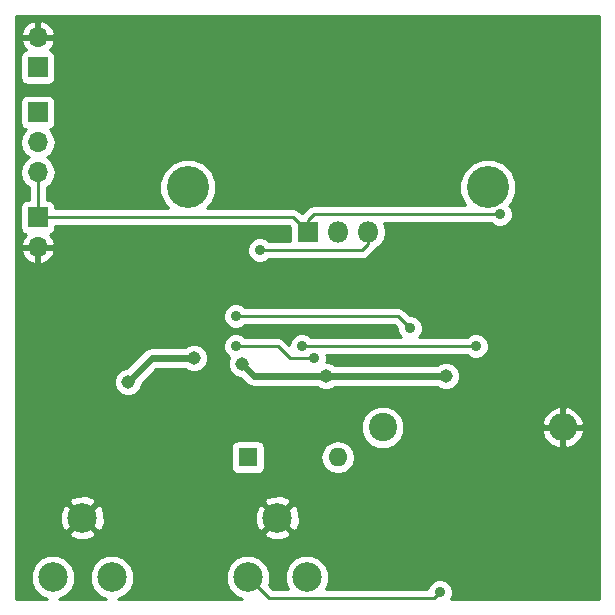
<source format=gbl>
G04 #@! TF.FileFunction,Copper,L2,Bot,Signal*
%FSLAX46Y46*%
G04 Gerber Fmt 4.6, Leading zero omitted, Abs format (unit mm)*
G04 Created by KiCad (PCBNEW 4.0.5) date Wed Mar  1 21:50:55 2017*
%MOMM*%
%LPD*%
G01*
G04 APERTURE LIST*
%ADD10C,0.150000*%
%ADD11R,1.600000X1.600000*%
%ADD12O,1.600000X1.600000*%
%ADD13R,1.700000X1.700000*%
%ADD14O,1.700000X1.700000*%
%ADD15R,1.800000X1.800000*%
%ADD16O,1.800000X1.800000*%
%ADD17C,2.400000*%
%ADD18O,2.400000X2.400000*%
%ADD19C,2.500000*%
%ADD20C,3.556000*%
%ADD21C,0.889000*%
%ADD22C,1.143000*%
%ADD23C,0.254000*%
%ADD24C,0.609600*%
G04 APERTURE END LIST*
D10*
D11*
X129540000Y-82550000D03*
D12*
X137160000Y-82550000D03*
D13*
X111760000Y-49530000D03*
D14*
X111760000Y-46990000D03*
D13*
X111760000Y-53340000D03*
D14*
X111760000Y-55880000D03*
X111760000Y-58420000D03*
D13*
X111760000Y-62230000D03*
D14*
X111760000Y-64770000D03*
D15*
X134620000Y-63500000D03*
D16*
X137160000Y-63500000D03*
X139700000Y-63500000D03*
D17*
X140970000Y-80010000D03*
D18*
X156210000Y-80010000D03*
D19*
X132040000Y-87670000D03*
X134540000Y-92710000D03*
X129540000Y-92710000D03*
X115530000Y-87670000D03*
X118030000Y-92710000D03*
X113030000Y-92710000D03*
D20*
X149860000Y-59690000D03*
X124460000Y-59690000D03*
D21*
X121920000Y-79502000D03*
X150876000Y-61976000D03*
X130556000Y-65024000D03*
X134112000Y-73152000D03*
X148844000Y-73152000D03*
X135128000Y-74168000D03*
X128524000Y-73152000D03*
X145796000Y-93980000D03*
X143256000Y-71628000D03*
X128524000Y-70612000D03*
D22*
X146304000Y-75692000D03*
X136144000Y-75692000D03*
X129032000Y-74676000D03*
X124968000Y-74168000D03*
X119380000Y-76200000D03*
D23*
X122682000Y-80264000D02*
X124968000Y-80264000D01*
X121920000Y-79502000D02*
X122682000Y-80264000D01*
X134620000Y-62484000D02*
X134620000Y-63500000D01*
X135128000Y-61976000D02*
X134620000Y-62484000D01*
X150876000Y-61976000D02*
X135128000Y-61976000D01*
X111760000Y-58420000D02*
X111760000Y-62230000D01*
X111760000Y-62230000D02*
X133350000Y-62230000D01*
X133350000Y-62230000D02*
X134620000Y-63500000D01*
X139700000Y-64516000D02*
X139700000Y-63500000D01*
X139192000Y-65024000D02*
X139700000Y-64516000D01*
X130556000Y-65024000D02*
X139192000Y-65024000D01*
X148844000Y-73152000D02*
X134112000Y-73152000D01*
X135128000Y-74168000D02*
X133096000Y-74168000D01*
X133096000Y-74168000D02*
X132080000Y-73152000D01*
X132080000Y-73152000D02*
X128524000Y-73152000D01*
X131318000Y-94488000D02*
X129540000Y-92710000D01*
X145288000Y-94488000D02*
X131318000Y-94488000D01*
X145796000Y-93980000D02*
X145288000Y-94488000D01*
X142240000Y-70612000D02*
X143256000Y-71628000D01*
X128524000Y-70612000D02*
X142240000Y-70612000D01*
D24*
X136144000Y-75692000D02*
X146304000Y-75692000D01*
X130048000Y-75692000D02*
X136144000Y-75692000D01*
X129032000Y-74676000D02*
X130048000Y-75692000D01*
X121412000Y-74168000D02*
X124968000Y-74168000D01*
X119380000Y-76200000D02*
X121412000Y-74168000D01*
D23*
G36*
X159310000Y-94540000D02*
X146732333Y-94540000D01*
X146875313Y-94195668D01*
X146875687Y-93766216D01*
X146711689Y-93369311D01*
X146408286Y-93065378D01*
X146011668Y-92900687D01*
X145582216Y-92900313D01*
X145185311Y-93064311D01*
X144881378Y-93367714D01*
X144732604Y-93726000D01*
X136159167Y-93726000D01*
X136424672Y-93086595D01*
X136425326Y-92336695D01*
X136138957Y-91643628D01*
X135609161Y-91112907D01*
X134916595Y-90825328D01*
X134166695Y-90824674D01*
X133473628Y-91111043D01*
X132942907Y-91640839D01*
X132655328Y-92333405D01*
X132654674Y-93083305D01*
X132920230Y-93726000D01*
X131633631Y-93726000D01*
X131298377Y-93390746D01*
X131424672Y-93086595D01*
X131425326Y-92336695D01*
X131138957Y-91643628D01*
X130609161Y-91112907D01*
X129916595Y-90825328D01*
X129166695Y-90824674D01*
X128473628Y-91111043D01*
X127942907Y-91640839D01*
X127655328Y-92333405D01*
X127654674Y-93083305D01*
X127941043Y-93776372D01*
X128470839Y-94307093D01*
X129031740Y-94540000D01*
X118537204Y-94540000D01*
X119096372Y-94308957D01*
X119627093Y-93779161D01*
X119914672Y-93086595D01*
X119915326Y-92336695D01*
X119628957Y-91643628D01*
X119099161Y-91112907D01*
X118406595Y-90825328D01*
X117656695Y-90824674D01*
X116963628Y-91111043D01*
X116432907Y-91640839D01*
X116145328Y-92333405D01*
X116144674Y-93083305D01*
X116431043Y-93776372D01*
X116960839Y-94307093D01*
X117521740Y-94540000D01*
X113537204Y-94540000D01*
X114096372Y-94308957D01*
X114627093Y-93779161D01*
X114914672Y-93086595D01*
X114915326Y-92336695D01*
X114628957Y-91643628D01*
X114099161Y-91112907D01*
X113406595Y-90825328D01*
X112656695Y-90824674D01*
X111963628Y-91111043D01*
X111432907Y-91640839D01*
X111145328Y-92333405D01*
X111144674Y-93083305D01*
X111431043Y-93776372D01*
X111960839Y-94307093D01*
X112521740Y-94540000D01*
X109930000Y-94540000D01*
X109930000Y-89003320D01*
X114376285Y-89003320D01*
X114505533Y-89296123D01*
X115205806Y-89564388D01*
X115955435Y-89544250D01*
X116554467Y-89296123D01*
X116683715Y-89003320D01*
X130886285Y-89003320D01*
X131015533Y-89296123D01*
X131715806Y-89564388D01*
X132465435Y-89544250D01*
X133064467Y-89296123D01*
X133193715Y-89003320D01*
X132040000Y-87849605D01*
X130886285Y-89003320D01*
X116683715Y-89003320D01*
X115530000Y-87849605D01*
X114376285Y-89003320D01*
X109930000Y-89003320D01*
X109930000Y-87345806D01*
X113635612Y-87345806D01*
X113655750Y-88095435D01*
X113903877Y-88694467D01*
X114196680Y-88823715D01*
X115350395Y-87670000D01*
X115709605Y-87670000D01*
X116863320Y-88823715D01*
X117156123Y-88694467D01*
X117424388Y-87994194D01*
X117406970Y-87345806D01*
X130145612Y-87345806D01*
X130165750Y-88095435D01*
X130413877Y-88694467D01*
X130706680Y-88823715D01*
X131860395Y-87670000D01*
X132219605Y-87670000D01*
X133373320Y-88823715D01*
X133666123Y-88694467D01*
X133934388Y-87994194D01*
X133914250Y-87244565D01*
X133666123Y-86645533D01*
X133373320Y-86516285D01*
X132219605Y-87670000D01*
X131860395Y-87670000D01*
X130706680Y-86516285D01*
X130413877Y-86645533D01*
X130145612Y-87345806D01*
X117406970Y-87345806D01*
X117404250Y-87244565D01*
X117156123Y-86645533D01*
X116863320Y-86516285D01*
X115709605Y-87670000D01*
X115350395Y-87670000D01*
X114196680Y-86516285D01*
X113903877Y-86645533D01*
X113635612Y-87345806D01*
X109930000Y-87345806D01*
X109930000Y-86336680D01*
X114376285Y-86336680D01*
X115530000Y-87490395D01*
X116683715Y-86336680D01*
X130886285Y-86336680D01*
X132040000Y-87490395D01*
X133193715Y-86336680D01*
X133064467Y-86043877D01*
X132364194Y-85775612D01*
X131614565Y-85795750D01*
X131015533Y-86043877D01*
X130886285Y-86336680D01*
X116683715Y-86336680D01*
X116554467Y-86043877D01*
X115854194Y-85775612D01*
X115104565Y-85795750D01*
X114505533Y-86043877D01*
X114376285Y-86336680D01*
X109930000Y-86336680D01*
X109930000Y-81750000D01*
X128092560Y-81750000D01*
X128092560Y-83350000D01*
X128136838Y-83585317D01*
X128275910Y-83801441D01*
X128488110Y-83946431D01*
X128740000Y-83997440D01*
X130340000Y-83997440D01*
X130575317Y-83953162D01*
X130791441Y-83814090D01*
X130936431Y-83601890D01*
X130987440Y-83350000D01*
X130987440Y-82550000D01*
X135696887Y-82550000D01*
X135806120Y-83099151D01*
X136117189Y-83564698D01*
X136582736Y-83875767D01*
X137131887Y-83985000D01*
X137188113Y-83985000D01*
X137737264Y-83875767D01*
X138202811Y-83564698D01*
X138513880Y-83099151D01*
X138623113Y-82550000D01*
X138513880Y-82000849D01*
X138202811Y-81535302D01*
X137737264Y-81224233D01*
X137188113Y-81115000D01*
X137131887Y-81115000D01*
X136582736Y-81224233D01*
X136117189Y-81535302D01*
X135806120Y-82000849D01*
X135696887Y-82550000D01*
X130987440Y-82550000D01*
X130987440Y-81750000D01*
X130943162Y-81514683D01*
X130804090Y-81298559D01*
X130591890Y-81153569D01*
X130340000Y-81102560D01*
X128740000Y-81102560D01*
X128504683Y-81146838D01*
X128288559Y-81285910D01*
X128143569Y-81498110D01*
X128092560Y-81750000D01*
X109930000Y-81750000D01*
X109930000Y-80373403D01*
X139134682Y-80373403D01*
X139413455Y-81048086D01*
X139929199Y-81564730D01*
X140603395Y-81844681D01*
X141333403Y-81845318D01*
X142008086Y-81566545D01*
X142524730Y-81050801D01*
X142785912Y-80421805D01*
X154421805Y-80421805D01*
X154654358Y-80983258D01*
X155145224Y-81504492D01*
X155798193Y-81798203D01*
X156083000Y-81681858D01*
X156083000Y-80137000D01*
X156337000Y-80137000D01*
X156337000Y-81681858D01*
X156621807Y-81798203D01*
X157274776Y-81504492D01*
X157765642Y-80983258D01*
X157998195Y-80421805D01*
X157881432Y-80137000D01*
X156337000Y-80137000D01*
X156083000Y-80137000D01*
X154538568Y-80137000D01*
X154421805Y-80421805D01*
X142785912Y-80421805D01*
X142804681Y-80376605D01*
X142805318Y-79646597D01*
X142785319Y-79598195D01*
X154421805Y-79598195D01*
X154538568Y-79883000D01*
X156083000Y-79883000D01*
X156083000Y-78338142D01*
X156337000Y-78338142D01*
X156337000Y-79883000D01*
X157881432Y-79883000D01*
X157998195Y-79598195D01*
X157765642Y-79036742D01*
X157274776Y-78515508D01*
X156621807Y-78221797D01*
X156337000Y-78338142D01*
X156083000Y-78338142D01*
X155798193Y-78221797D01*
X155145224Y-78515508D01*
X154654358Y-79036742D01*
X154421805Y-79598195D01*
X142785319Y-79598195D01*
X142526545Y-78971914D01*
X142010801Y-78455270D01*
X141336605Y-78175319D01*
X140606597Y-78174682D01*
X139931914Y-78453455D01*
X139415270Y-78969199D01*
X139135319Y-79643395D01*
X139134682Y-80373403D01*
X109930000Y-80373403D01*
X109930000Y-76438935D01*
X118173291Y-76438935D01*
X118356582Y-76882535D01*
X118695680Y-77222225D01*
X119138959Y-77406290D01*
X119618935Y-77406709D01*
X120062535Y-77223418D01*
X120402225Y-76884320D01*
X120586290Y-76441041D01*
X120586393Y-76322685D01*
X121801278Y-75107800D01*
X124201399Y-75107800D01*
X124283680Y-75190225D01*
X124726959Y-75374290D01*
X125206935Y-75374709D01*
X125650535Y-75191418D01*
X125990225Y-74852320D01*
X126174290Y-74409041D01*
X126174709Y-73929065D01*
X125991418Y-73485465D01*
X125652320Y-73145775D01*
X125209041Y-72961710D01*
X124729065Y-72961291D01*
X124285465Y-73144582D01*
X124201701Y-73228200D01*
X121412000Y-73228200D01*
X121052354Y-73299738D01*
X120747461Y-73503461D01*
X119257529Y-74993393D01*
X119141065Y-74993291D01*
X118697465Y-75176582D01*
X118357775Y-75515680D01*
X118173710Y-75958959D01*
X118173291Y-76438935D01*
X109930000Y-76438935D01*
X109930000Y-70825784D01*
X127444313Y-70825784D01*
X127608311Y-71222689D01*
X127911714Y-71526622D01*
X128308332Y-71691313D01*
X128737784Y-71691687D01*
X129134689Y-71527689D01*
X129288646Y-71374000D01*
X141924370Y-71374000D01*
X142176501Y-71626131D01*
X142176313Y-71841784D01*
X142340311Y-72238689D01*
X142491358Y-72390000D01*
X134876642Y-72390000D01*
X134724286Y-72237378D01*
X134327668Y-72072687D01*
X133898216Y-72072313D01*
X133501311Y-72236311D01*
X133197378Y-72539714D01*
X133032687Y-72936332D01*
X133032608Y-73026978D01*
X132618815Y-72613185D01*
X132508858Y-72539714D01*
X132371605Y-72448004D01*
X132080000Y-72390000D01*
X129288642Y-72390000D01*
X129136286Y-72237378D01*
X128739668Y-72072687D01*
X128310216Y-72072313D01*
X127913311Y-72236311D01*
X127609378Y-72539714D01*
X127444687Y-72936332D01*
X127444313Y-73365784D01*
X127608311Y-73762689D01*
X127911714Y-74066622D01*
X127968812Y-74090331D01*
X127825710Y-74434959D01*
X127825291Y-74914935D01*
X128008582Y-75358535D01*
X128347680Y-75698225D01*
X128790959Y-75882290D01*
X128909315Y-75882393D01*
X129383461Y-76356539D01*
X129688354Y-76560262D01*
X130048000Y-76631800D01*
X135377399Y-76631800D01*
X135459680Y-76714225D01*
X135902959Y-76898290D01*
X136382935Y-76898709D01*
X136826535Y-76715418D01*
X136910299Y-76631800D01*
X145537399Y-76631800D01*
X145619680Y-76714225D01*
X146062959Y-76898290D01*
X146542935Y-76898709D01*
X146986535Y-76715418D01*
X147326225Y-76376320D01*
X147510290Y-75933041D01*
X147510709Y-75453065D01*
X147327418Y-75009465D01*
X146988320Y-74669775D01*
X146545041Y-74485710D01*
X146065065Y-74485291D01*
X145621465Y-74668582D01*
X145537701Y-74752200D01*
X136910601Y-74752200D01*
X136828320Y-74669775D01*
X136385041Y-74485710D01*
X136165021Y-74485518D01*
X136207313Y-74383668D01*
X136207687Y-73954216D01*
X136191070Y-73914000D01*
X148079358Y-73914000D01*
X148231714Y-74066622D01*
X148628332Y-74231313D01*
X149057784Y-74231687D01*
X149454689Y-74067689D01*
X149758622Y-73764286D01*
X149923313Y-73367668D01*
X149923687Y-72938216D01*
X149759689Y-72541311D01*
X149456286Y-72237378D01*
X149059668Y-72072687D01*
X148630216Y-72072313D01*
X148233311Y-72236311D01*
X148079354Y-72390000D01*
X144020646Y-72390000D01*
X144170622Y-72240286D01*
X144335313Y-71843668D01*
X144335687Y-71414216D01*
X144171689Y-71017311D01*
X143868286Y-70713378D01*
X143471668Y-70548687D01*
X143254128Y-70548498D01*
X142778815Y-70073185D01*
X142668858Y-69999714D01*
X142531605Y-69908004D01*
X142240000Y-69850000D01*
X129288642Y-69850000D01*
X129136286Y-69697378D01*
X128739668Y-69532687D01*
X128310216Y-69532313D01*
X127913311Y-69696311D01*
X127609378Y-69999714D01*
X127444687Y-70396332D01*
X127444313Y-70825784D01*
X109930000Y-70825784D01*
X109930000Y-65126890D01*
X110318524Y-65126890D01*
X110488355Y-65536924D01*
X110878642Y-65965183D01*
X111403108Y-66211486D01*
X111633000Y-66090819D01*
X111633000Y-64897000D01*
X111887000Y-64897000D01*
X111887000Y-66090819D01*
X112116892Y-66211486D01*
X112641358Y-65965183D01*
X113031645Y-65536924D01*
X113201476Y-65126890D01*
X113080155Y-64897000D01*
X111887000Y-64897000D01*
X111633000Y-64897000D01*
X110439845Y-64897000D01*
X110318524Y-65126890D01*
X109930000Y-65126890D01*
X109930000Y-55880000D01*
X110245907Y-55880000D01*
X110358946Y-56448285D01*
X110680853Y-56930054D01*
X111010026Y-57150000D01*
X110680853Y-57369946D01*
X110358946Y-57851715D01*
X110245907Y-58420000D01*
X110358946Y-58988285D01*
X110680853Y-59470054D01*
X110998000Y-59681964D01*
X110998000Y-60732560D01*
X110910000Y-60732560D01*
X110674683Y-60776838D01*
X110458559Y-60915910D01*
X110313569Y-61128110D01*
X110262560Y-61380000D01*
X110262560Y-63080000D01*
X110306838Y-63315317D01*
X110445910Y-63531441D01*
X110658110Y-63676431D01*
X110766107Y-63698301D01*
X110488355Y-64003076D01*
X110318524Y-64413110D01*
X110439845Y-64643000D01*
X111633000Y-64643000D01*
X111633000Y-64623000D01*
X111887000Y-64623000D01*
X111887000Y-64643000D01*
X113080155Y-64643000D01*
X113201476Y-64413110D01*
X113031645Y-64003076D01*
X112755499Y-63700063D01*
X112845317Y-63683162D01*
X113061441Y-63544090D01*
X113206431Y-63331890D01*
X113257440Y-63080000D01*
X113257440Y-62992000D01*
X133034370Y-62992000D01*
X133072560Y-63030190D01*
X133072560Y-64262000D01*
X131320642Y-64262000D01*
X131168286Y-64109378D01*
X130771668Y-63944687D01*
X130342216Y-63944313D01*
X129945311Y-64108311D01*
X129641378Y-64411714D01*
X129476687Y-64808332D01*
X129476313Y-65237784D01*
X129640311Y-65634689D01*
X129943714Y-65938622D01*
X130340332Y-66103313D01*
X130769784Y-66103687D01*
X131166689Y-65939689D01*
X131320646Y-65786000D01*
X139192000Y-65786000D01*
X139483605Y-65727996D01*
X139730815Y-65562815D01*
X140238815Y-65054816D01*
X140340322Y-64902900D01*
X140815481Y-64585409D01*
X141148227Y-64087419D01*
X141265072Y-63500000D01*
X141148227Y-62912581D01*
X141031576Y-62738000D01*
X150111358Y-62738000D01*
X150263714Y-62890622D01*
X150660332Y-63055313D01*
X151089784Y-63055687D01*
X151486689Y-62891689D01*
X151790622Y-62588286D01*
X151955313Y-62191668D01*
X151955687Y-61762216D01*
X151791689Y-61365311D01*
X151694635Y-61268087D01*
X151904449Y-61058639D01*
X152272580Y-60172081D01*
X152273417Y-59212130D01*
X151906834Y-58324931D01*
X151228639Y-57645551D01*
X150342081Y-57277420D01*
X149382130Y-57276583D01*
X148494931Y-57643166D01*
X147815551Y-58321361D01*
X147447420Y-59207919D01*
X147446583Y-60167870D01*
X147813166Y-61055069D01*
X147971820Y-61214000D01*
X135128000Y-61214000D01*
X134836395Y-61272004D01*
X134589184Y-61437185D01*
X134112000Y-61914370D01*
X133888815Y-61691185D01*
X133878653Y-61684395D01*
X133641605Y-61526004D01*
X133350000Y-61468000D01*
X126094373Y-61468000D01*
X126504449Y-61058639D01*
X126872580Y-60172081D01*
X126873417Y-59212130D01*
X126506834Y-58324931D01*
X125828639Y-57645551D01*
X124942081Y-57277420D01*
X123982130Y-57276583D01*
X123094931Y-57643166D01*
X122415551Y-58321361D01*
X122047420Y-59207919D01*
X122046583Y-60167870D01*
X122413166Y-61055069D01*
X122825377Y-61468000D01*
X113257440Y-61468000D01*
X113257440Y-61380000D01*
X113213162Y-61144683D01*
X113074090Y-60928559D01*
X112861890Y-60783569D01*
X112610000Y-60732560D01*
X112522000Y-60732560D01*
X112522000Y-59681964D01*
X112839147Y-59470054D01*
X113161054Y-58988285D01*
X113274093Y-58420000D01*
X113161054Y-57851715D01*
X112839147Y-57369946D01*
X112509974Y-57150000D01*
X112839147Y-56930054D01*
X113161054Y-56448285D01*
X113274093Y-55880000D01*
X113161054Y-55311715D01*
X112839147Y-54829946D01*
X112797548Y-54802150D01*
X112845317Y-54793162D01*
X113061441Y-54654090D01*
X113206431Y-54441890D01*
X113257440Y-54190000D01*
X113257440Y-52490000D01*
X113213162Y-52254683D01*
X113074090Y-52038559D01*
X112861890Y-51893569D01*
X112610000Y-51842560D01*
X110910000Y-51842560D01*
X110674683Y-51886838D01*
X110458559Y-52025910D01*
X110313569Y-52238110D01*
X110262560Y-52490000D01*
X110262560Y-54190000D01*
X110306838Y-54425317D01*
X110445910Y-54641441D01*
X110658110Y-54786431D01*
X110725541Y-54800086D01*
X110680853Y-54829946D01*
X110358946Y-55311715D01*
X110245907Y-55880000D01*
X109930000Y-55880000D01*
X109930000Y-48680000D01*
X110262560Y-48680000D01*
X110262560Y-50380000D01*
X110306838Y-50615317D01*
X110445910Y-50831441D01*
X110658110Y-50976431D01*
X110910000Y-51027440D01*
X112610000Y-51027440D01*
X112845317Y-50983162D01*
X113061441Y-50844090D01*
X113206431Y-50631890D01*
X113257440Y-50380000D01*
X113257440Y-48680000D01*
X113213162Y-48444683D01*
X113074090Y-48228559D01*
X112861890Y-48083569D01*
X112753893Y-48061699D01*
X113031645Y-47756924D01*
X113201476Y-47346890D01*
X113080155Y-47117000D01*
X111887000Y-47117000D01*
X111887000Y-47137000D01*
X111633000Y-47137000D01*
X111633000Y-47117000D01*
X110439845Y-47117000D01*
X110318524Y-47346890D01*
X110488355Y-47756924D01*
X110764501Y-48059937D01*
X110674683Y-48076838D01*
X110458559Y-48215910D01*
X110313569Y-48428110D01*
X110262560Y-48680000D01*
X109930000Y-48680000D01*
X109930000Y-46633110D01*
X110318524Y-46633110D01*
X110439845Y-46863000D01*
X111633000Y-46863000D01*
X111633000Y-45669181D01*
X111887000Y-45669181D01*
X111887000Y-46863000D01*
X113080155Y-46863000D01*
X113201476Y-46633110D01*
X113031645Y-46223076D01*
X112641358Y-45794817D01*
X112116892Y-45548514D01*
X111887000Y-45669181D01*
X111633000Y-45669181D01*
X111403108Y-45548514D01*
X110878642Y-45794817D01*
X110488355Y-46223076D01*
X110318524Y-46633110D01*
X109930000Y-46633110D01*
X109930000Y-45160000D01*
X159310000Y-45160000D01*
X159310000Y-94540000D01*
X159310000Y-94540000D01*
G37*
X159310000Y-94540000D02*
X146732333Y-94540000D01*
X146875313Y-94195668D01*
X146875687Y-93766216D01*
X146711689Y-93369311D01*
X146408286Y-93065378D01*
X146011668Y-92900687D01*
X145582216Y-92900313D01*
X145185311Y-93064311D01*
X144881378Y-93367714D01*
X144732604Y-93726000D01*
X136159167Y-93726000D01*
X136424672Y-93086595D01*
X136425326Y-92336695D01*
X136138957Y-91643628D01*
X135609161Y-91112907D01*
X134916595Y-90825328D01*
X134166695Y-90824674D01*
X133473628Y-91111043D01*
X132942907Y-91640839D01*
X132655328Y-92333405D01*
X132654674Y-93083305D01*
X132920230Y-93726000D01*
X131633631Y-93726000D01*
X131298377Y-93390746D01*
X131424672Y-93086595D01*
X131425326Y-92336695D01*
X131138957Y-91643628D01*
X130609161Y-91112907D01*
X129916595Y-90825328D01*
X129166695Y-90824674D01*
X128473628Y-91111043D01*
X127942907Y-91640839D01*
X127655328Y-92333405D01*
X127654674Y-93083305D01*
X127941043Y-93776372D01*
X128470839Y-94307093D01*
X129031740Y-94540000D01*
X118537204Y-94540000D01*
X119096372Y-94308957D01*
X119627093Y-93779161D01*
X119914672Y-93086595D01*
X119915326Y-92336695D01*
X119628957Y-91643628D01*
X119099161Y-91112907D01*
X118406595Y-90825328D01*
X117656695Y-90824674D01*
X116963628Y-91111043D01*
X116432907Y-91640839D01*
X116145328Y-92333405D01*
X116144674Y-93083305D01*
X116431043Y-93776372D01*
X116960839Y-94307093D01*
X117521740Y-94540000D01*
X113537204Y-94540000D01*
X114096372Y-94308957D01*
X114627093Y-93779161D01*
X114914672Y-93086595D01*
X114915326Y-92336695D01*
X114628957Y-91643628D01*
X114099161Y-91112907D01*
X113406595Y-90825328D01*
X112656695Y-90824674D01*
X111963628Y-91111043D01*
X111432907Y-91640839D01*
X111145328Y-92333405D01*
X111144674Y-93083305D01*
X111431043Y-93776372D01*
X111960839Y-94307093D01*
X112521740Y-94540000D01*
X109930000Y-94540000D01*
X109930000Y-89003320D01*
X114376285Y-89003320D01*
X114505533Y-89296123D01*
X115205806Y-89564388D01*
X115955435Y-89544250D01*
X116554467Y-89296123D01*
X116683715Y-89003320D01*
X130886285Y-89003320D01*
X131015533Y-89296123D01*
X131715806Y-89564388D01*
X132465435Y-89544250D01*
X133064467Y-89296123D01*
X133193715Y-89003320D01*
X132040000Y-87849605D01*
X130886285Y-89003320D01*
X116683715Y-89003320D01*
X115530000Y-87849605D01*
X114376285Y-89003320D01*
X109930000Y-89003320D01*
X109930000Y-87345806D01*
X113635612Y-87345806D01*
X113655750Y-88095435D01*
X113903877Y-88694467D01*
X114196680Y-88823715D01*
X115350395Y-87670000D01*
X115709605Y-87670000D01*
X116863320Y-88823715D01*
X117156123Y-88694467D01*
X117424388Y-87994194D01*
X117406970Y-87345806D01*
X130145612Y-87345806D01*
X130165750Y-88095435D01*
X130413877Y-88694467D01*
X130706680Y-88823715D01*
X131860395Y-87670000D01*
X132219605Y-87670000D01*
X133373320Y-88823715D01*
X133666123Y-88694467D01*
X133934388Y-87994194D01*
X133914250Y-87244565D01*
X133666123Y-86645533D01*
X133373320Y-86516285D01*
X132219605Y-87670000D01*
X131860395Y-87670000D01*
X130706680Y-86516285D01*
X130413877Y-86645533D01*
X130145612Y-87345806D01*
X117406970Y-87345806D01*
X117404250Y-87244565D01*
X117156123Y-86645533D01*
X116863320Y-86516285D01*
X115709605Y-87670000D01*
X115350395Y-87670000D01*
X114196680Y-86516285D01*
X113903877Y-86645533D01*
X113635612Y-87345806D01*
X109930000Y-87345806D01*
X109930000Y-86336680D01*
X114376285Y-86336680D01*
X115530000Y-87490395D01*
X116683715Y-86336680D01*
X130886285Y-86336680D01*
X132040000Y-87490395D01*
X133193715Y-86336680D01*
X133064467Y-86043877D01*
X132364194Y-85775612D01*
X131614565Y-85795750D01*
X131015533Y-86043877D01*
X130886285Y-86336680D01*
X116683715Y-86336680D01*
X116554467Y-86043877D01*
X115854194Y-85775612D01*
X115104565Y-85795750D01*
X114505533Y-86043877D01*
X114376285Y-86336680D01*
X109930000Y-86336680D01*
X109930000Y-81750000D01*
X128092560Y-81750000D01*
X128092560Y-83350000D01*
X128136838Y-83585317D01*
X128275910Y-83801441D01*
X128488110Y-83946431D01*
X128740000Y-83997440D01*
X130340000Y-83997440D01*
X130575317Y-83953162D01*
X130791441Y-83814090D01*
X130936431Y-83601890D01*
X130987440Y-83350000D01*
X130987440Y-82550000D01*
X135696887Y-82550000D01*
X135806120Y-83099151D01*
X136117189Y-83564698D01*
X136582736Y-83875767D01*
X137131887Y-83985000D01*
X137188113Y-83985000D01*
X137737264Y-83875767D01*
X138202811Y-83564698D01*
X138513880Y-83099151D01*
X138623113Y-82550000D01*
X138513880Y-82000849D01*
X138202811Y-81535302D01*
X137737264Y-81224233D01*
X137188113Y-81115000D01*
X137131887Y-81115000D01*
X136582736Y-81224233D01*
X136117189Y-81535302D01*
X135806120Y-82000849D01*
X135696887Y-82550000D01*
X130987440Y-82550000D01*
X130987440Y-81750000D01*
X130943162Y-81514683D01*
X130804090Y-81298559D01*
X130591890Y-81153569D01*
X130340000Y-81102560D01*
X128740000Y-81102560D01*
X128504683Y-81146838D01*
X128288559Y-81285910D01*
X128143569Y-81498110D01*
X128092560Y-81750000D01*
X109930000Y-81750000D01*
X109930000Y-80373403D01*
X139134682Y-80373403D01*
X139413455Y-81048086D01*
X139929199Y-81564730D01*
X140603395Y-81844681D01*
X141333403Y-81845318D01*
X142008086Y-81566545D01*
X142524730Y-81050801D01*
X142785912Y-80421805D01*
X154421805Y-80421805D01*
X154654358Y-80983258D01*
X155145224Y-81504492D01*
X155798193Y-81798203D01*
X156083000Y-81681858D01*
X156083000Y-80137000D01*
X156337000Y-80137000D01*
X156337000Y-81681858D01*
X156621807Y-81798203D01*
X157274776Y-81504492D01*
X157765642Y-80983258D01*
X157998195Y-80421805D01*
X157881432Y-80137000D01*
X156337000Y-80137000D01*
X156083000Y-80137000D01*
X154538568Y-80137000D01*
X154421805Y-80421805D01*
X142785912Y-80421805D01*
X142804681Y-80376605D01*
X142805318Y-79646597D01*
X142785319Y-79598195D01*
X154421805Y-79598195D01*
X154538568Y-79883000D01*
X156083000Y-79883000D01*
X156083000Y-78338142D01*
X156337000Y-78338142D01*
X156337000Y-79883000D01*
X157881432Y-79883000D01*
X157998195Y-79598195D01*
X157765642Y-79036742D01*
X157274776Y-78515508D01*
X156621807Y-78221797D01*
X156337000Y-78338142D01*
X156083000Y-78338142D01*
X155798193Y-78221797D01*
X155145224Y-78515508D01*
X154654358Y-79036742D01*
X154421805Y-79598195D01*
X142785319Y-79598195D01*
X142526545Y-78971914D01*
X142010801Y-78455270D01*
X141336605Y-78175319D01*
X140606597Y-78174682D01*
X139931914Y-78453455D01*
X139415270Y-78969199D01*
X139135319Y-79643395D01*
X139134682Y-80373403D01*
X109930000Y-80373403D01*
X109930000Y-76438935D01*
X118173291Y-76438935D01*
X118356582Y-76882535D01*
X118695680Y-77222225D01*
X119138959Y-77406290D01*
X119618935Y-77406709D01*
X120062535Y-77223418D01*
X120402225Y-76884320D01*
X120586290Y-76441041D01*
X120586393Y-76322685D01*
X121801278Y-75107800D01*
X124201399Y-75107800D01*
X124283680Y-75190225D01*
X124726959Y-75374290D01*
X125206935Y-75374709D01*
X125650535Y-75191418D01*
X125990225Y-74852320D01*
X126174290Y-74409041D01*
X126174709Y-73929065D01*
X125991418Y-73485465D01*
X125652320Y-73145775D01*
X125209041Y-72961710D01*
X124729065Y-72961291D01*
X124285465Y-73144582D01*
X124201701Y-73228200D01*
X121412000Y-73228200D01*
X121052354Y-73299738D01*
X120747461Y-73503461D01*
X119257529Y-74993393D01*
X119141065Y-74993291D01*
X118697465Y-75176582D01*
X118357775Y-75515680D01*
X118173710Y-75958959D01*
X118173291Y-76438935D01*
X109930000Y-76438935D01*
X109930000Y-70825784D01*
X127444313Y-70825784D01*
X127608311Y-71222689D01*
X127911714Y-71526622D01*
X128308332Y-71691313D01*
X128737784Y-71691687D01*
X129134689Y-71527689D01*
X129288646Y-71374000D01*
X141924370Y-71374000D01*
X142176501Y-71626131D01*
X142176313Y-71841784D01*
X142340311Y-72238689D01*
X142491358Y-72390000D01*
X134876642Y-72390000D01*
X134724286Y-72237378D01*
X134327668Y-72072687D01*
X133898216Y-72072313D01*
X133501311Y-72236311D01*
X133197378Y-72539714D01*
X133032687Y-72936332D01*
X133032608Y-73026978D01*
X132618815Y-72613185D01*
X132508858Y-72539714D01*
X132371605Y-72448004D01*
X132080000Y-72390000D01*
X129288642Y-72390000D01*
X129136286Y-72237378D01*
X128739668Y-72072687D01*
X128310216Y-72072313D01*
X127913311Y-72236311D01*
X127609378Y-72539714D01*
X127444687Y-72936332D01*
X127444313Y-73365784D01*
X127608311Y-73762689D01*
X127911714Y-74066622D01*
X127968812Y-74090331D01*
X127825710Y-74434959D01*
X127825291Y-74914935D01*
X128008582Y-75358535D01*
X128347680Y-75698225D01*
X128790959Y-75882290D01*
X128909315Y-75882393D01*
X129383461Y-76356539D01*
X129688354Y-76560262D01*
X130048000Y-76631800D01*
X135377399Y-76631800D01*
X135459680Y-76714225D01*
X135902959Y-76898290D01*
X136382935Y-76898709D01*
X136826535Y-76715418D01*
X136910299Y-76631800D01*
X145537399Y-76631800D01*
X145619680Y-76714225D01*
X146062959Y-76898290D01*
X146542935Y-76898709D01*
X146986535Y-76715418D01*
X147326225Y-76376320D01*
X147510290Y-75933041D01*
X147510709Y-75453065D01*
X147327418Y-75009465D01*
X146988320Y-74669775D01*
X146545041Y-74485710D01*
X146065065Y-74485291D01*
X145621465Y-74668582D01*
X145537701Y-74752200D01*
X136910601Y-74752200D01*
X136828320Y-74669775D01*
X136385041Y-74485710D01*
X136165021Y-74485518D01*
X136207313Y-74383668D01*
X136207687Y-73954216D01*
X136191070Y-73914000D01*
X148079358Y-73914000D01*
X148231714Y-74066622D01*
X148628332Y-74231313D01*
X149057784Y-74231687D01*
X149454689Y-74067689D01*
X149758622Y-73764286D01*
X149923313Y-73367668D01*
X149923687Y-72938216D01*
X149759689Y-72541311D01*
X149456286Y-72237378D01*
X149059668Y-72072687D01*
X148630216Y-72072313D01*
X148233311Y-72236311D01*
X148079354Y-72390000D01*
X144020646Y-72390000D01*
X144170622Y-72240286D01*
X144335313Y-71843668D01*
X144335687Y-71414216D01*
X144171689Y-71017311D01*
X143868286Y-70713378D01*
X143471668Y-70548687D01*
X143254128Y-70548498D01*
X142778815Y-70073185D01*
X142668858Y-69999714D01*
X142531605Y-69908004D01*
X142240000Y-69850000D01*
X129288642Y-69850000D01*
X129136286Y-69697378D01*
X128739668Y-69532687D01*
X128310216Y-69532313D01*
X127913311Y-69696311D01*
X127609378Y-69999714D01*
X127444687Y-70396332D01*
X127444313Y-70825784D01*
X109930000Y-70825784D01*
X109930000Y-65126890D01*
X110318524Y-65126890D01*
X110488355Y-65536924D01*
X110878642Y-65965183D01*
X111403108Y-66211486D01*
X111633000Y-66090819D01*
X111633000Y-64897000D01*
X111887000Y-64897000D01*
X111887000Y-66090819D01*
X112116892Y-66211486D01*
X112641358Y-65965183D01*
X113031645Y-65536924D01*
X113201476Y-65126890D01*
X113080155Y-64897000D01*
X111887000Y-64897000D01*
X111633000Y-64897000D01*
X110439845Y-64897000D01*
X110318524Y-65126890D01*
X109930000Y-65126890D01*
X109930000Y-55880000D01*
X110245907Y-55880000D01*
X110358946Y-56448285D01*
X110680853Y-56930054D01*
X111010026Y-57150000D01*
X110680853Y-57369946D01*
X110358946Y-57851715D01*
X110245907Y-58420000D01*
X110358946Y-58988285D01*
X110680853Y-59470054D01*
X110998000Y-59681964D01*
X110998000Y-60732560D01*
X110910000Y-60732560D01*
X110674683Y-60776838D01*
X110458559Y-60915910D01*
X110313569Y-61128110D01*
X110262560Y-61380000D01*
X110262560Y-63080000D01*
X110306838Y-63315317D01*
X110445910Y-63531441D01*
X110658110Y-63676431D01*
X110766107Y-63698301D01*
X110488355Y-64003076D01*
X110318524Y-64413110D01*
X110439845Y-64643000D01*
X111633000Y-64643000D01*
X111633000Y-64623000D01*
X111887000Y-64623000D01*
X111887000Y-64643000D01*
X113080155Y-64643000D01*
X113201476Y-64413110D01*
X113031645Y-64003076D01*
X112755499Y-63700063D01*
X112845317Y-63683162D01*
X113061441Y-63544090D01*
X113206431Y-63331890D01*
X113257440Y-63080000D01*
X113257440Y-62992000D01*
X133034370Y-62992000D01*
X133072560Y-63030190D01*
X133072560Y-64262000D01*
X131320642Y-64262000D01*
X131168286Y-64109378D01*
X130771668Y-63944687D01*
X130342216Y-63944313D01*
X129945311Y-64108311D01*
X129641378Y-64411714D01*
X129476687Y-64808332D01*
X129476313Y-65237784D01*
X129640311Y-65634689D01*
X129943714Y-65938622D01*
X130340332Y-66103313D01*
X130769784Y-66103687D01*
X131166689Y-65939689D01*
X131320646Y-65786000D01*
X139192000Y-65786000D01*
X139483605Y-65727996D01*
X139730815Y-65562815D01*
X140238815Y-65054816D01*
X140340322Y-64902900D01*
X140815481Y-64585409D01*
X141148227Y-64087419D01*
X141265072Y-63500000D01*
X141148227Y-62912581D01*
X141031576Y-62738000D01*
X150111358Y-62738000D01*
X150263714Y-62890622D01*
X150660332Y-63055313D01*
X151089784Y-63055687D01*
X151486689Y-62891689D01*
X151790622Y-62588286D01*
X151955313Y-62191668D01*
X151955687Y-61762216D01*
X151791689Y-61365311D01*
X151694635Y-61268087D01*
X151904449Y-61058639D01*
X152272580Y-60172081D01*
X152273417Y-59212130D01*
X151906834Y-58324931D01*
X151228639Y-57645551D01*
X150342081Y-57277420D01*
X149382130Y-57276583D01*
X148494931Y-57643166D01*
X147815551Y-58321361D01*
X147447420Y-59207919D01*
X147446583Y-60167870D01*
X147813166Y-61055069D01*
X147971820Y-61214000D01*
X135128000Y-61214000D01*
X134836395Y-61272004D01*
X134589184Y-61437185D01*
X134112000Y-61914370D01*
X133888815Y-61691185D01*
X133878653Y-61684395D01*
X133641605Y-61526004D01*
X133350000Y-61468000D01*
X126094373Y-61468000D01*
X126504449Y-61058639D01*
X126872580Y-60172081D01*
X126873417Y-59212130D01*
X126506834Y-58324931D01*
X125828639Y-57645551D01*
X124942081Y-57277420D01*
X123982130Y-57276583D01*
X123094931Y-57643166D01*
X122415551Y-58321361D01*
X122047420Y-59207919D01*
X122046583Y-60167870D01*
X122413166Y-61055069D01*
X122825377Y-61468000D01*
X113257440Y-61468000D01*
X113257440Y-61380000D01*
X113213162Y-61144683D01*
X113074090Y-60928559D01*
X112861890Y-60783569D01*
X112610000Y-60732560D01*
X112522000Y-60732560D01*
X112522000Y-59681964D01*
X112839147Y-59470054D01*
X113161054Y-58988285D01*
X113274093Y-58420000D01*
X113161054Y-57851715D01*
X112839147Y-57369946D01*
X112509974Y-57150000D01*
X112839147Y-56930054D01*
X113161054Y-56448285D01*
X113274093Y-55880000D01*
X113161054Y-55311715D01*
X112839147Y-54829946D01*
X112797548Y-54802150D01*
X112845317Y-54793162D01*
X113061441Y-54654090D01*
X113206431Y-54441890D01*
X113257440Y-54190000D01*
X113257440Y-52490000D01*
X113213162Y-52254683D01*
X113074090Y-52038559D01*
X112861890Y-51893569D01*
X112610000Y-51842560D01*
X110910000Y-51842560D01*
X110674683Y-51886838D01*
X110458559Y-52025910D01*
X110313569Y-52238110D01*
X110262560Y-52490000D01*
X110262560Y-54190000D01*
X110306838Y-54425317D01*
X110445910Y-54641441D01*
X110658110Y-54786431D01*
X110725541Y-54800086D01*
X110680853Y-54829946D01*
X110358946Y-55311715D01*
X110245907Y-55880000D01*
X109930000Y-55880000D01*
X109930000Y-48680000D01*
X110262560Y-48680000D01*
X110262560Y-50380000D01*
X110306838Y-50615317D01*
X110445910Y-50831441D01*
X110658110Y-50976431D01*
X110910000Y-51027440D01*
X112610000Y-51027440D01*
X112845317Y-50983162D01*
X113061441Y-50844090D01*
X113206431Y-50631890D01*
X113257440Y-50380000D01*
X113257440Y-48680000D01*
X113213162Y-48444683D01*
X113074090Y-48228559D01*
X112861890Y-48083569D01*
X112753893Y-48061699D01*
X113031645Y-47756924D01*
X113201476Y-47346890D01*
X113080155Y-47117000D01*
X111887000Y-47117000D01*
X111887000Y-47137000D01*
X111633000Y-47137000D01*
X111633000Y-47117000D01*
X110439845Y-47117000D01*
X110318524Y-47346890D01*
X110488355Y-47756924D01*
X110764501Y-48059937D01*
X110674683Y-48076838D01*
X110458559Y-48215910D01*
X110313569Y-48428110D01*
X110262560Y-48680000D01*
X109930000Y-48680000D01*
X109930000Y-46633110D01*
X110318524Y-46633110D01*
X110439845Y-46863000D01*
X111633000Y-46863000D01*
X111633000Y-45669181D01*
X111887000Y-45669181D01*
X111887000Y-46863000D01*
X113080155Y-46863000D01*
X113201476Y-46633110D01*
X113031645Y-46223076D01*
X112641358Y-45794817D01*
X112116892Y-45548514D01*
X111887000Y-45669181D01*
X111633000Y-45669181D01*
X111403108Y-45548514D01*
X110878642Y-45794817D01*
X110488355Y-46223076D01*
X110318524Y-46633110D01*
X109930000Y-46633110D01*
X109930000Y-45160000D01*
X159310000Y-45160000D01*
X159310000Y-94540000D01*
M02*

</source>
